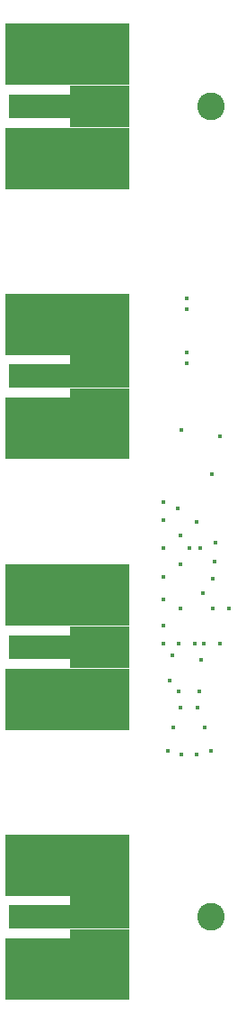
<source format=gbr>
%TF.GenerationSoftware,KiCad,Pcbnew,(6.0.4)*%
%TF.CreationDate,2023-05-09T11:07:54+09:00*%
%TF.ProjectId,Antenna,416e7465-6e6e-4612-9e6b-696361645f70,rev?*%
%TF.SameCoordinates,Original*%
%TF.FileFunction,Copper,L4,Bot*%
%TF.FilePolarity,Positive*%
%FSLAX46Y46*%
G04 Gerber Fmt 4.6, Leading zero omitted, Abs format (unit mm)*
G04 Created by KiCad (PCBNEW (6.0.4)) date 2023-05-09 11:07:54*
%MOMM*%
%LPD*%
G01*
G04 APERTURE LIST*
G04 Aperture macros list*
%AMFreePoly0*
4,1,5,2.875000,-5.850000,-2.875000,-5.850000,-2.875000,5.850000,2.875000,5.850000,2.875000,-5.850000,2.875000,-5.850000,$1*%
G04 Aperture macros list end*
%TA.AperFunction,ComponentPad*%
%ADD10C,2.600000*%
%TD*%
%TA.AperFunction,SMDPad,CuDef*%
%ADD11FreePoly0,90.000000*%
%TD*%
%TA.AperFunction,SMDPad,CuDef*%
%ADD12R,11.700000X5.750000*%
%TD*%
%TA.AperFunction,SMDPad,CuDef*%
%ADD13R,5.700000X0.900000*%
%TD*%
%TA.AperFunction,SMDPad,CuDef*%
%ADD14R,11.360000X2.200000*%
%TD*%
%TA.AperFunction,ViaPad*%
%ADD15C,0.450000*%
%TD*%
G04 APERTURE END LIST*
D10*
%TO.P,H2,1,1*%
%TO.N,GND*%
X134075000Y-53850000D03*
%TD*%
%TO.P,H1,1,1*%
%TO.N,GND*%
X134075000Y-130000000D03*
%TD*%
D11*
%TO.P,AE1,1,A*%
%TO.N,/receiver/RX*%
X120601651Y-125125000D03*
D12*
X120601651Y-109525000D03*
D13*
X123601651Y-103100000D03*
X123601651Y-77650000D03*
X123601651Y-131550000D03*
D14*
X120771651Y-104650000D03*
X120771651Y-130000000D03*
D13*
X123601651Y-106200000D03*
D14*
X120771651Y-79200000D03*
D11*
X120601651Y-58725000D03*
D12*
X120601651Y-84075000D03*
D14*
X120771651Y-53850000D03*
D13*
X123601651Y-55400000D03*
X123601651Y-80750000D03*
X123601651Y-128450000D03*
D12*
X120601651Y-99775000D03*
D13*
X123601651Y-52300000D03*
D12*
X120601651Y-74325000D03*
X120601651Y-134875000D03*
X120601651Y-48975000D03*
%TD*%
D15*
%TO.N,GND*%
X131851400Y-76978400D03*
X131851400Y-78003400D03*
X129600000Y-100200000D03*
X130075000Y-114375000D03*
X133550000Y-112175000D03*
X134475000Y-96600000D03*
X131075000Y-104300000D03*
X129600000Y-102650000D03*
X134925000Y-84800000D03*
X133392500Y-99557500D03*
X133100000Y-95300000D03*
X134325000Y-98225000D03*
X131350000Y-114750000D03*
X133430000Y-104320000D03*
X129600000Y-98025000D03*
X131850000Y-72925000D03*
X131275000Y-110300000D03*
X131000000Y-91600000D03*
X135825000Y-101000000D03*
X132575000Y-104300000D03*
X129600000Y-104300000D03*
X131325000Y-84250000D03*
X132050000Y-95300000D03*
X129600000Y-95325000D03*
X132800000Y-114750000D03*
X130600000Y-112175000D03*
X131250000Y-101000000D03*
X131100000Y-108775000D03*
X134525000Y-94825000D03*
X134925000Y-104300000D03*
X131850000Y-71900000D03*
X132875000Y-110300000D03*
X134275000Y-101000000D03*
X129600000Y-92675000D03*
X131250000Y-94150000D03*
X133050000Y-108775000D03*
X134075000Y-114375000D03*
X129625000Y-91000000D03*
X132750000Y-92900000D03*
X131250000Y-96850000D03*
%TO.N,/receiver/RX*%
X123300000Y-104650000D03*
X123300000Y-79200000D03*
X123300000Y-130000000D03*
X123300000Y-53850000D03*
%TO.N,/5VA*%
X130200000Y-107825000D03*
X133225000Y-105875000D03*
%TO.N,/~EN1*%
X130450000Y-105375000D03*
X134175000Y-88425000D03*
%TD*%
M02*

</source>
